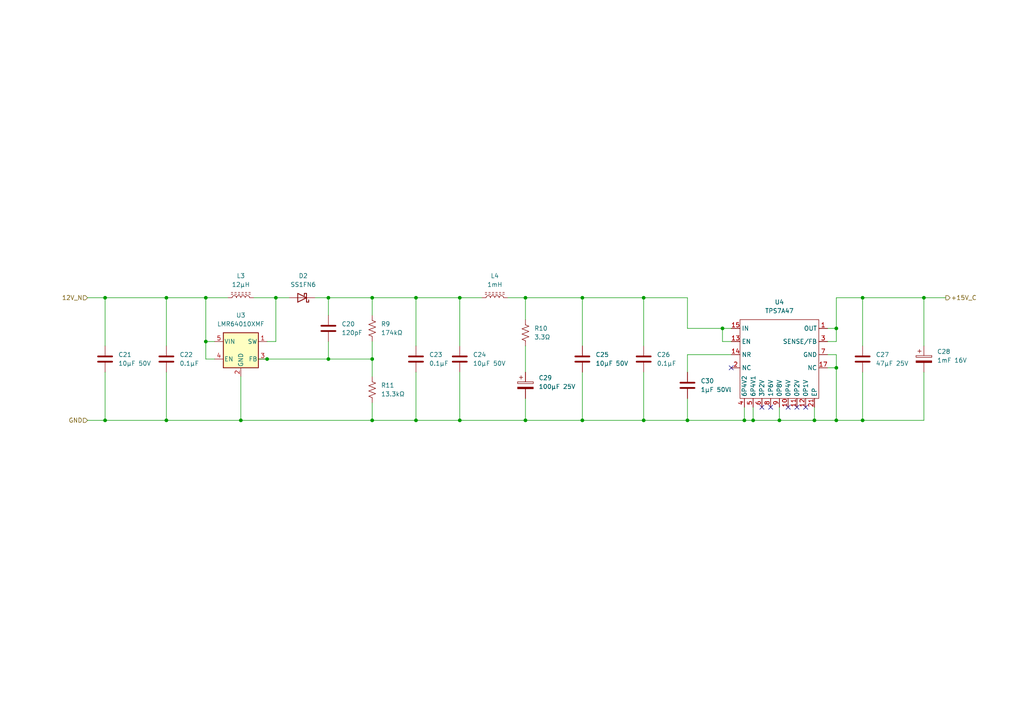
<source format=kicad_sch>
(kicad_sch (version 20231120) (generator "eeschema") (generator_version "8.0")
  (paper "A4")
  (lib_symbols
    (symbol "BW_Active:TPS7A47"
      (property "Reference" "U" (at 0 14.732 0))
      (property "Value" "TPS7A47" (at 0 12.7 0))
      (symbol "TPS7A47_0_0"
        (pin power_out line (at 13.97 8.89 180) (length 2.54) (name "OUT") (number "1"))
        (pin passive line (at 2.54 -13.97 90) (length 2.54) (name "0P4V") (number "10"))
        (pin passive line (at 5.08 -13.97 90) (length 2.54) (name "0P2V") (number "11"))
        (pin passive line (at 7.62 -13.97 90) (length 2.54) (name "0P1V") (number "12"))
        (pin input line (at -13.97 5.08 0) (length 2.54) (name "EN") (number "13"))
        (pin passive line (at -13.97 1.27 0) (length 2.54) (name "NR") (number "14"))
        (pin power_in line (at -13.97 8.89 0) (length 2.54) (name "IN") (number "15"))
        (pin passive line (at -13.97 8.89 0) (length 2.54) hide (name "IN") (number "16"))
        (pin free line (at 13.97 -2.54 180) (length 2.54) (name "NC") (number "17"))
        (pin free line (at 13.97 -2.54 180) (length 2.54) hide (name "NC") (number "18"))
        (pin free line (at 13.97 -2.54 180) (length 2.54) hide (name "NC") (number "19"))
        (pin free line (at -13.97 -2.54 0) (length 2.54) (name "NC") (number "2"))
        (pin passive line (at 13.97 8.89 180) (length 2.54) hide (name "OUT") (number "20"))
        (pin passive line (at 10.16 -13.97 90) (length 2.54) (name "EP") (number "21"))
        (pin passive line (at 13.97 5.08 180) (length 2.54) (name "SENSE/FB") (number "3"))
        (pin passive line (at -10.16 -13.97 90) (length 2.54) (name "6P4V2") (number "4"))
        (pin passive line (at -7.62 -13.97 90) (length 2.54) (name "6P4V1") (number "5"))
        (pin passive line (at -5.08 -13.97 90) (length 2.54) (name "3P2V") (number "6"))
        (pin passive line (at 13.97 1.27 180) (length 2.54) (name "GND") (number "7"))
        (pin passive line (at -2.54 -13.97 90) (length 2.54) (name "1P6V") (number "8"))
        (pin passive line (at 0 -13.97 90) (length 2.54) (name "0P8V") (number "9"))
      )
      (symbol "TPS7A47_0_1"
        (polyline (pts (xy -11.43 11.43) (xy -11.43 -11.43) (xy 11.43 -11.43) (xy 11.43 11.43) (xy -11.43 11.43)))
      )
    )
    (symbol "Device:C" (pin_numbers hide) (pin_names (offset 0.254))
      (property "Reference" "C" (at 0.635 2.54 0))
      (property "Value" "C" (at 0.635 -2.54 0))
      (symbol "C_0_1"
        (polyline (pts (xy -2.032 -0.762) (xy 2.032 -0.762)) (stroke (width 0.508)))
        (polyline (pts (xy -2.032 0.762) (xy 2.032 0.762)) (stroke (width 0.508)))
      )
      (symbol "C_1_1"
        (pin passive line (at 0 3.81 270) (length 2.794) (name "~") (number "1"))
        (pin passive line (at 0 -3.81 90) (length 2.794) (name "~") (number "2"))
      )
    )
    (symbol "Device:C_Polarized" (pin_numbers hide) (pin_names (offset 0.254))
      (property "Reference" "C" (at 0.635 2.54 0))
      (property "Value" "C_Polarized" (at 0.635 -2.54 0))
      (symbol "C_Polarized_0_1"
        (rectangle (start -2.286 0.508) (end 2.286 1.016))
        (polyline (pts (xy -1.778 2.286) (xy -0.762 2.286)))
        (polyline (pts (xy -1.27 2.794) (xy -1.27 1.778)))
        (rectangle (start 2.286 -0.508) (end -2.286 -1.016) (fill (type outline)))
      )
      (symbol "C_Polarized_1_1"
        (pin passive line (at 0 3.81 270) (length 2.794) (name "~") (number "1"))
        (pin passive line (at 0 -3.81 90) (length 2.794) (name "~") (number "2"))
      )
    )
    (symbol "Device:D_Schottky" (pin_numbers hide) (pin_names (offset 1.016) hide)
      (property "Reference" "D" (at 0 2.54 0))
      (property "Value" "D_Schottky" (at 0 -2.54 0))
      (symbol "D_Schottky_0_1"
        (polyline (pts (xy 1.27 0) (xy -1.27 0)))
        (polyline (pts (xy 1.27 1.27) (xy 1.27 -1.27) (xy -1.27 0) (xy 1.27 1.27)) (stroke (width 0.254)))
        (polyline (pts (xy -1.905 0.635) (xy -1.905 1.27) (xy -1.27 1.27) (xy -1.27 -1.27) (xy -0.635 -1.27) (xy -0.635 -0.635)) (stroke (width 0.254)))
      )
      (symbol "D_Schottky_1_1"
        (pin passive line (at -3.81 0 0) (length 2.54) (name "K") (number "1"))
        (pin passive line (at 3.81 0 180) (length 2.54) (name "A") (number "2"))
      )
    )
    (symbol "Device:L_Ferrite" (pin_numbers hide) (pin_names (offset 1.016) hide)
      (property "Reference" "L" (at -1.27 0 90))
      (property "Value" "L_Ferrite" (at 2.794 0 90))
      (symbol "L_Ferrite_0_1"
        (arc (start 0 -2.54) (mid 0.6323 -1.905) (end 0 -1.27))
        (arc (start 0 -1.27) (mid 0.6323 -0.635) (end 0 0))
        (polyline (pts (xy 1.016 -2.794) (xy 1.016 -2.286)))
        (polyline (pts (xy 1.016 -1.778) (xy 1.016 -1.27)))
        (polyline (pts (xy 1.016 -0.762) (xy 1.016 -0.254)))
        (polyline (pts (xy 1.016 0.254) (xy 1.016 0.762)))
        (polyline (pts (xy 1.016 1.27) (xy 1.016 1.778)))
        (polyline (pts (xy 1.016 2.286) (xy 1.016 2.794)))
        (polyline (pts (xy 1.524 -2.286) (xy 1.524 -2.794)))
        (polyline (pts (xy 1.524 -1.27) (xy 1.524 -1.778)))
        (polyline (pts (xy 1.524 -0.254) (xy 1.524 -0.762)))
        (polyline (pts (xy 1.524 0.762) (xy 1.524 0.254)))
        (polyline (pts (xy 1.524 1.778) (xy 1.524 1.27)))
        (polyline (pts (xy 1.524 2.794) (xy 1.524 2.286)))
        (arc (start 0 0) (mid 0.6323 0.635) (end 0 1.27))
        (arc (start 0 1.27) (mid 0.6323 1.905) (end 0 2.54))
      )
      (symbol "L_Ferrite_1_1"
        (pin passive line (at 0 3.81 270) (length 1.27) (name "1") (number "1"))
        (pin passive line (at 0 -3.81 90) (length 1.27) (name "2") (number "2"))
      )
    )
    (symbol "Device:R_US" (pin_numbers hide) (pin_names (offset 0))
      (property "Reference" "R" (at 2.54 0 90))
      (property "Value" "R_US" (at -2.54 0 90))
      (symbol "R_US_0_1"
        (polyline (pts (xy 0 -2.286) (xy 0 -2.54)))
        (polyline (pts (xy 0 2.286) (xy 0 2.54)))
        (polyline (pts (xy 0 -0.762) (xy 1.016 -1.143) (xy 0 -1.524) (xy -1.016 -1.905) (xy 0 -2.286)))
        (polyline (pts (xy 0 0.762) (xy 1.016 0.381) (xy 0 0) (xy -1.016 -0.381) (xy 0 -0.762)))
        (polyline (pts (xy 0 2.286) (xy 1.016 1.905) (xy 0 1.524) (xy -1.016 1.143) (xy 0 0.762)))
      )
      (symbol "R_US_1_1"
        (pin passive line (at 0 3.81 270) (length 1.27) (name "~") (number "1"))
        (pin passive line (at 0 -3.81 90) (length 1.27) (name "~") (number "2"))
      )
    )
    (symbol "Regulator_Switching:LMR64010XMF" (pin_names (offset 0.254))
      (property "Reference" "U" (at -5.08 6.35 0))
      (property "Value" "LMR64010XMF" (at 0 6.35 0))
      (symbol "LMR64010XMF_0_1"
        (rectangle (start -5.08 5.08) (end 5.08 -5.08) (stroke (width 0.254)) (fill (type background)))
      )
      (symbol "LMR64010XMF_1_1"
        (pin output line (at 7.62 2.54 180) (length 2.54) (name "SW") (number "1"))
        (pin power_in line (at 0 -7.62 90) (length 2.54) (name "GND") (number "2"))
        (pin input line (at 7.62 -2.54 180) (length 2.54) (name "FB") (number "3"))
        (pin input line (at -7.62 -2.54 0) (length 2.54) (name "EN") (number "4"))
        (pin input line (at -7.62 2.54 0) (length 2.54) (name "VIN") (number "5"))
      )
    )
  )
  (junction (at 59.69 99.06))
  (junction (at 242.57 95.25))
  (junction (at 267.97 86.36))
  (junction (at 250.19 86.36))
  (junction (at 59.69 86.36))
  (junction (at 133.35 86.36))
  (junction (at 152.4 121.92))
  (junction (at 80.01 86.36))
  (junction (at 120.65 121.92))
  (junction (at 218.44 121.92))
  (junction (at 30.48 121.92))
  (junction (at 95.25 86.36))
  (junction (at 30.48 86.36))
  (junction (at 242.57 121.92))
  (junction (at 77.47 104.14))
  (junction (at 226.06 121.92))
  (junction (at 168.91 121.92))
  (junction (at 186.69 121.92))
  (junction (at 168.91 86.36))
  (junction (at 133.35 121.92))
  (junction (at 242.57 106.68))
  (junction (at 186.69 86.36))
  (junction (at 107.95 104.14))
  (junction (at 236.22 121.92))
  (junction (at 69.85 121.92))
  (junction (at 107.95 86.36))
  (junction (at 48.26 86.36))
  (junction (at 48.26 121.92))
  (junction (at 107.95 121.92))
  (junction (at 199.39 121.92))
  (junction (at 250.19 121.92))
  (junction (at 215.9 121.92))
  (junction (at 209.55 95.25))
  (junction (at 95.25 104.14))
  (junction (at 120.65 86.36))
  (junction (at 152.4 86.36))
  (no_connect (at 212.09 106.68))
  (no_connect (at 231.14 118.11))
  (no_connect (at 220.98 118.11))
  (no_connect (at 223.52 118.11))
  (no_connect (at 233.68 118.11))
  (no_connect (at 228.6 118.11))
  (wire (pts (xy 30.48 86.36) (xy 30.48 100.33)))
  (wire (pts (xy 107.95 121.92) (xy 69.85 121.92)))
  (wire (pts (xy 133.35 86.36) (xy 120.65 86.36)))
  (wire (pts (xy 199.39 86.36) (xy 186.69 86.36)))
  (wire (pts (xy 59.69 99.06) (xy 62.23 99.06)))
  (wire (pts (xy 95.25 104.14) (xy 107.95 104.14)))
  (wire (pts (xy 133.35 86.36) (xy 139.7 86.36)))
  (wire (pts (xy 274.32 86.36) (xy 267.97 86.36)))
  (wire (pts (xy 62.23 104.14) (xy 59.69 104.14)))
  (wire (pts (xy 69.85 109.22) (xy 69.85 121.92)))
  (wire (pts (xy 48.26 121.92) (xy 69.85 121.92)))
  (wire (pts (xy 212.09 102.87) (xy 199.39 102.87)))
  (wire (pts (xy 107.95 116.84) (xy 107.95 121.92)))
  (wire (pts (xy 48.26 86.36) (xy 59.69 86.36)))
  (wire (pts (xy 95.25 86.36) (xy 107.95 86.36)))
  (wire (pts (xy 240.03 102.87) (xy 242.57 102.87)))
  (wire (pts (xy 133.35 121.92) (xy 120.65 121.92)))
  (wire (pts (xy 30.48 121.92) (xy 25.4 121.92)))
  (wire (pts (xy 59.69 86.36) (xy 59.69 99.06)))
  (wire (pts (xy 242.57 121.92) (xy 236.22 121.92)))
  (wire (pts (xy 73.66 86.36) (xy 80.01 86.36)))
  (wire (pts (xy 25.4 86.36) (xy 30.48 86.36)))
  (wire (pts (xy 77.47 99.06) (xy 80.01 99.06)))
  (wire (pts (xy 120.65 86.36) (xy 107.95 86.36)))
  (wire (pts (xy 48.26 86.36) (xy 48.26 100.33)))
  (wire (pts (xy 186.69 121.92) (xy 168.91 121.92)))
  (wire (pts (xy 236.22 121.92) (xy 226.06 121.92)))
  (wire (pts (xy 107.95 104.14) (xy 107.95 109.22)))
  (wire (pts (xy 250.19 86.36) (xy 250.19 100.33)))
  (wire (pts (xy 152.4 115.57) (xy 152.4 121.92)))
  (wire (pts (xy 95.25 86.36) (xy 95.25 91.44)))
  (wire (pts (xy 152.4 121.92) (xy 133.35 121.92)))
  (wire (pts (xy 77.47 104.14) (xy 95.25 104.14)))
  (wire (pts (xy 199.39 102.87) (xy 199.39 107.95)))
  (wire (pts (xy 107.95 104.14) (xy 107.95 99.06)))
  (wire (pts (xy 168.91 107.95) (xy 168.91 121.92)))
  (wire (pts (xy 242.57 102.87) (xy 242.57 106.68)))
  (wire (pts (xy 152.4 86.36) (xy 168.91 86.36)))
  (wire (pts (xy 218.44 121.92) (xy 215.9 121.92)))
  (wire (pts (xy 267.97 86.36) (xy 267.97 100.33)))
  (wire (pts (xy 250.19 86.36) (xy 242.57 86.36)))
  (wire (pts (xy 120.65 86.36) (xy 120.65 100.33)))
  (wire (pts (xy 66.04 86.36) (xy 59.69 86.36)))
  (wire (pts (xy 209.55 95.25) (xy 209.55 99.06)))
  (wire (pts (xy 48.26 107.95) (xy 48.26 121.92)))
  (wire (pts (xy 242.57 106.68) (xy 242.57 121.92)))
  (wire (pts (xy 95.25 99.06) (xy 95.25 104.14)))
  (wire (pts (xy 215.9 118.11) (xy 215.9 121.92)))
  (wire (pts (xy 30.48 107.95) (xy 30.48 121.92)))
  (wire (pts (xy 80.01 99.06) (xy 80.01 86.36)))
  (wire (pts (xy 186.69 107.95) (xy 186.69 121.92)))
  (wire (pts (xy 133.35 107.95) (xy 133.35 121.92)))
  (wire (pts (xy 168.91 86.36) (xy 186.69 86.36)))
  (wire (pts (xy 236.22 118.11) (xy 236.22 121.92)))
  (wire (pts (xy 168.91 121.92) (xy 152.4 121.92)))
  (wire (pts (xy 250.19 107.95) (xy 250.19 121.92)))
  (wire (pts (xy 242.57 95.25) (xy 240.03 95.25)))
  (wire (pts (xy 95.25 86.36) (xy 91.44 86.36)))
  (wire (pts (xy 74.93 104.14) (xy 77.47 104.14)))
  (wire (pts (xy 152.4 100.33) (xy 152.4 107.95)))
  (wire (pts (xy 226.06 121.92) (xy 218.44 121.92)))
  (wire (pts (xy 240.03 106.68) (xy 242.57 106.68)))
  (wire (pts (xy 267.97 86.36) (xy 250.19 86.36)))
  (wire (pts (xy 209.55 95.25) (xy 199.39 95.25)))
  (wire (pts (xy 30.48 121.92) (xy 48.26 121.92)))
  (wire (pts (xy 215.9 121.92) (xy 199.39 121.92)))
  (wire (pts (xy 199.39 121.92) (xy 186.69 121.92)))
  (wire (pts (xy 199.39 95.25) (xy 199.39 86.36)))
  (wire (pts (xy 212.09 99.06) (xy 209.55 99.06)))
  (wire (pts (xy 267.97 121.92) (xy 250.19 121.92)))
  (wire (pts (xy 120.65 107.95) (xy 120.65 121.92)))
  (wire (pts (xy 242.57 86.36) (xy 242.57 95.25)))
  (wire (pts (xy 199.39 115.57) (xy 199.39 121.92)))
  (wire (pts (xy 267.97 107.95) (xy 267.97 121.92)))
  (wire (pts (xy 30.48 86.36) (xy 48.26 86.36)))
  (wire (pts (xy 80.01 86.36) (xy 83.82 86.36)))
  (wire (pts (xy 152.4 86.36) (xy 152.4 92.71)))
  (wire (pts (xy 120.65 121.92) (xy 107.95 121.92)))
  (wire (pts (xy 133.35 100.33) (xy 133.35 86.36)))
  (wire (pts (xy 186.69 86.36) (xy 186.69 100.33)))
  (wire (pts (xy 218.44 118.11) (xy 218.44 121.92)))
  (wire (pts (xy 107.95 91.44) (xy 107.95 86.36)))
  (wire (pts (xy 168.91 86.36) (xy 168.91 100.33)))
  (wire (pts (xy 147.32 86.36) (xy 152.4 86.36)))
  (wire (pts (xy 242.57 99.06) (xy 242.57 95.25)))
  (wire (pts (xy 226.06 118.11) (xy 226.06 121.92)))
  (wire (pts (xy 59.69 104.14) (xy 59.69 99.06)))
  (wire (pts (xy 212.09 95.25) (xy 209.55 95.25)))
  (wire (pts (xy 240.03 99.06) (xy 242.57 99.06)))
  (wire (pts (xy 250.19 121.92) (xy 242.57 121.92)))
  (hierarchical_label "GND" (shape input) (at 25.4 121.92 180))
  (hierarchical_label "+15V_C" (shape output) (at 274.32 86.36 0))
  (hierarchical_label "12V_N" (shape input) (at 25.4 86.36 180))
  (symbol (lib_id "Device:C") (at 133.35 104.14 0) (unit 1)
    (property "Reference" "C24" (at 137.16 102.8699 0) (effects (justify left)))
    (property "Value" "10µF 50V" (at 137.16 105.4099 0) (effects (justify left)))
    (property "Footprint" "Capacitor_SMD:C_1206_3216Metric" (effects (hide yes)))
    (property "Description" "Unpolarized capacitor" (effects (hide yes)))
  )
  (symbol (lib_id "Device:L_Ferrite") (at 143.51 86.36 90) (unit 1)
    (property "Reference" "L4" (at 143.51 80.01 90))
    (property "Value" "1mH" (at 143.51 82.55 90))
    (property "Footprint" "BW_PassiveMechanical:L_Coilcraft_MSS7348-XXX-fixed" (effects (hide yes)))
    (property "Description" "Inductor with ferrite core" (effects (hide yes)))
  )
  (symbol (lib_id "Device:C") (at 168.91 104.14 0) (unit 1)
    (property "Reference" "C25" (at 172.72 102.8699 0) (effects (justify left)))
    (property "Value" "10µF 50V" (at 172.72 105.4099 0) (effects (justify left)))
    (property "Footprint" "Capacitor_SMD:C_1206_3216Metric" (effects (hide yes)))
    (property "Description" "Unpolarized capacitor" (effects (hide yes)))
  )
  (symbol (lib_id "Device:R_US") (at 107.95 95.25 0) (unit 1)
    (property "Reference" "R9" (at 110.49 93.9799 0) (effects (justify left)))
    (property "Value" "174kΩ" (at 110.49 96.5199 0) (effects (justify left)))
    (property "Footprint" "Resistor_SMD:R_0603_1608Metric" (effects (hide yes)))
    (property "Description" "Resistor, US symbol" (effects (hide yes)))
  )
  (symbol (lib_id "Regulator_Switching:LMR64010XMF") (at 69.85 101.6 0) (unit 1)
    (property "Reference" "U3" (at 69.85 91.44 0))
    (property "Value" "LMR64010XMF" (at 69.85 93.98 0))
    (property "Footprint" "Package_TO_SOT_SMD:SOT-23-5" (effects (hide yes)))
    (property "Datasheet" "http://www.ti.com/lit/ds/symlink/lmr64010.pdf" (effects (hide yes)))
    (property "Description" "1A, 40Vout Step-Up Voltage Regulator, 1.6MHz Frequency, SOT-23-5" (effects (hide yes)))
  )
  (symbol (lib_id "Device:C_Polarized") (at 267.97 104.14 0) (unit 1)
    (property "Reference" "C28" (at 271.78 101.9809 0) (effects (justify left)))
    (property "Value" "1mF 16V" (at 271.78 104.5209 0) (effects (justify left)))
    (property "Footprint" "Capacitor_THT:CP_Radial_D8.0mm_P3.50mm" (effects (hide yes)))
    (property "Description" "Polarized capacitor" (effects (hide yes)))
  )
  (symbol (lib_id "Device:C") (at 95.25 95.25 0) (unit 1)
    (property "Reference" "C20" (at 99.06 93.9799 0) (effects (justify left)))
    (property "Value" "120pF" (at 99.06 96.5199 0) (effects (justify left)))
    (property "Footprint" "Capacitor_SMD:C_0603_1608Metric" (effects (hide yes)))
    (property "Description" "Unpolarized capacitor" (effects (hide yes)))
  )
  (symbol (lib_id "Device:D_Schottky") (at 87.63 86.36 180) (unit 1)
    (property "Reference" "D2" (at 87.9475 80.01 0))
    (property "Value" "SS1FN6" (at 87.9475 82.55 0))
    (property "Footprint" "Diode_SMD:D_SMF" (effects (hide yes)))
    (property "Description" "Schottky diode" (effects (hide yes)))
  )
  (symbol (lib_id "Device:C_Polarized") (at 152.4 111.76 0) (unit 1)
    (property "Reference" "C29" (at 156.21 109.6009 0) (effects (justify left)))
    (property "Value" "100µF 25V" (at 156.21 112.1409 0) (effects (justify left)))
    (property "Footprint" "Capacitor_THT:CP_Radial_D6.3mm_P2.50mm" (effects (hide yes)))
    (property "Description" "Polarized capacitor" (effects (hide yes)))
  )
  (symbol (lib_id "Device:L_Ferrite") (at 69.85 86.36 90) (unit 1)
    (property "Reference" "L3" (at 69.85 80.01 90))
    (property "Value" "12µH" (at 69.85 82.55 90))
    (property "Footprint" "BW_PassiveMechanical:L_Abracon_ASPI-6045S" (effects (hide yes)))
    (property "Description" "Inductor with ferrite core" (effects (hide yes)))
  )
  (symbol (lib_id "Device:R_US") (at 107.95 113.03 0) (unit 1)
    (property "Reference" "R11" (at 110.49 111.7599 0) (effects (justify left)))
    (property "Value" "13.3kΩ" (at 110.49 114.2999 0) (effects (justify left)))
    (property "Footprint" "Resistor_SMD:R_0603_1608Metric" (effects (hide yes)))
    (property "Description" "Resistor, US symbol" (effects (hide yes)))
  )
  (symbol (lib_id "Device:C") (at 186.69 104.14 0) (unit 1)
    (property "Reference" "C26" (at 190.5 102.8699 0) (effects (justify left)))
    (property "Value" "0.1µF" (at 190.5 105.4099 0) (effects (justify left)))
    (property "Footprint" "Capacitor_SMD:C_0603_1608Metric" (effects (hide yes)))
    (property "Description" "Unpolarized capacitor" (effects (hide yes)))
  )
  (symbol (lib_id "Device:C") (at 199.39 111.76 0) (unit 1)
    (property "Reference" "C30" (at 203.2 110.4899 0) (effects (justify left)))
    (property "Value" "1µF 50Vl" (at 203.2 113.0299 0) (effects (justify left)))
    (property "Footprint" "Capacitor_SMD:C_0805_2012Metric" (effects (hide yes)))
    (property "Description" "Unpolarized capacitor" (effects (hide yes)))
  )
  (symbol (lib_id "Device:R_US") (at 152.4 96.52 0) (unit 1)
    (property "Reference" "R10" (at 154.94 95.2499 0) (effects (justify left)))
    (property "Value" "3.3Ω" (at 154.94 97.7899 0) (effects (justify left)))
    (property "Footprint" "Resistor_SMD:R_0805_2012Metric" (effects (hide yes)))
    (property "Description" "Resistor, US symbol" (effects (hide yes)))
  )
  (symbol (lib_id "BW_Active:TPS7A47") (at 226.06 104.14 0) (unit 1)
    (property "Reference" "U4" (at 226.06 87.63 0))
    (property "Value" "TPS7A47" (at 226.06 90.17 0))
    (property "Footprint" "Package_DFN_QFN:Texas_RGW0020A_VQFN-20-1EP_5x5mm_P0.65mm_EP3.15x3.15mm" (effects (hide yes)))
    (property "Datasheet" "https://www.ti.com/lit/ds/symlink/tps7a47.pdf" (effects (hide yes)))
    (property "Description" "1A Ultra-low-noise LDO" (effects (hide yes)))
  )
  (symbol (lib_id "Device:C") (at 120.65 104.14 0) (unit 1)
    (property "Reference" "C23" (at 124.46 102.8699 0) (effects (justify left)))
    (property "Value" "0.1µF" (at 124.46 105.4099 0) (effects (justify left)))
    (property "Footprint" "Capacitor_SMD:C_0603_1608Metric" (effects (hide yes)))
    (property "Description" "Unpolarized capacitor" (effects (hide yes)))
  )
  (symbol (lib_id "Device:C") (at 250.19 104.14 0) (unit 1)
    (property "Reference" "C27" (at 254 102.8699 0) (effects (justify left)))
    (property "Value" "47µF 25V" (at 254 105.4099 0) (effects (justify left)))
    (property "Footprint" "Capacitor_SMD:C_2220_5750Metric" (effects (hide yes)))
    (property "Description" "Unpolarized capacitor" (effects (hide yes)))
  )
  (symbol (lib_id "Device:C") (at 30.48 104.14 0) (unit 1)
    (property "Reference" "C21" (at 34.29 102.8699 0) (effects (justify left)))
    (property "Value" "10µF 50V" (at 34.29 105.4099 0) (effects (justify left)))
    (property "Footprint" "Capacitor_SMD:C_1206_3216Metric" (effects (hide yes)))
    (property "Description" "Unpolarized capacitor" (effects (hide yes)))
  )
  (symbol (lib_id "Device:C") (at 48.26 104.14 0) (unit 1)
    (property "Reference" "C22" (at 52.07 102.8699 0) (effects (justify left)))
    (property "Value" "0.1µF" (at 52.07 105.4099 0) (effects (justify left)))
    (property "Footprint" "Capacitor_SMD:C_0603_1608Metric" (effects (hide yes)))
    (property "Description" "Unpolarized capacitor" (effects (hide yes)))
  )
)
</source>
